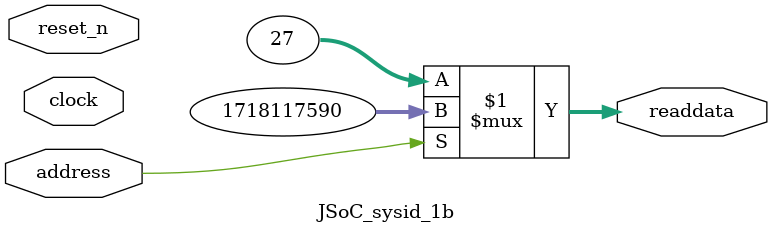
<source format=v>

`timescale 1ns / 1ps
// synthesis translate_on

// turn off superfluous verilog processor warnings 
// altera message_level Level1 
// altera message_off 10034 10035 10036 10037 10230 10240 10030 

module JSoC_sysid_1b (
               // inputs:
                address,
                clock,
                reset_n,

               // outputs:
                readdata
             )
;

  output  [ 31: 0] readdata;
  input            address;
  input            clock;
  input            reset_n;

  wire    [ 31: 0] readdata;
  //control_slave, which is an e_avalon_slave
  assign readdata = address ? 1718117590 : 27;

endmodule




</source>
